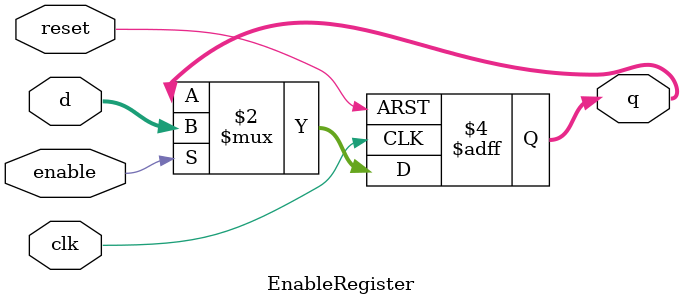
<source format=v>
`timescale 1ns / 1ps
module EnableRegister(
    input clk,
    input reset,
    input enable,
    input [31:0] d,
    output reg[31:0] q
    );

always @(negedge clk or posedge reset)
	if(reset)
		q <= 32'b0;
	else
	if(enable)
		q <= d;

endmodule

</source>
